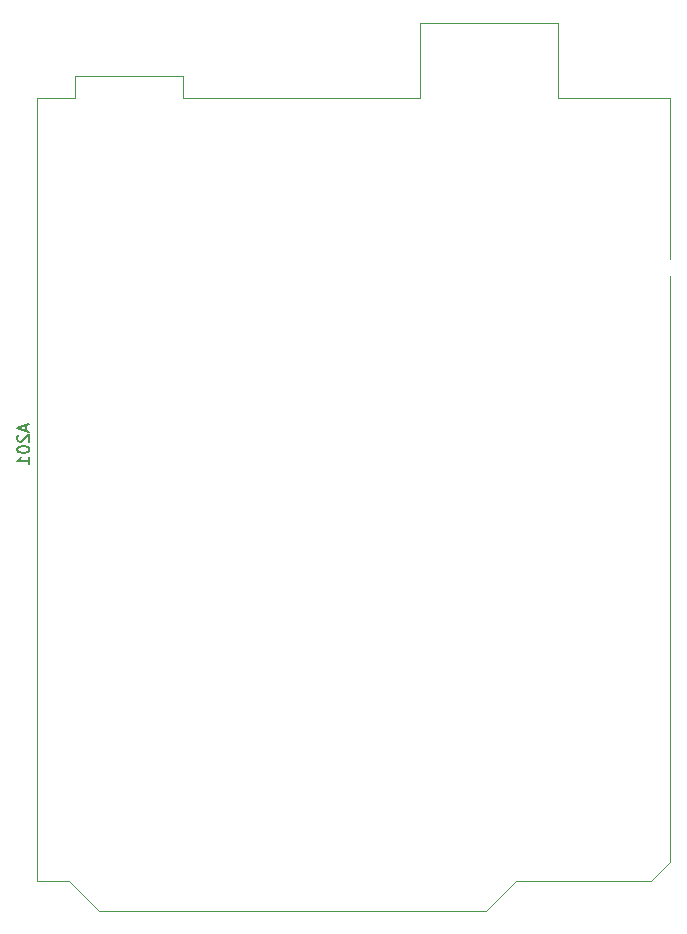
<source format=gbr>
%TF.GenerationSoftware,KiCad,Pcbnew,8.0.2*%
%TF.CreationDate,2024-05-20T23:24:51+02:00*%
%TF.ProjectId,S88_UNO_SHIELD,5338385f-554e-44f5-9f53-4849454c442e,rev?*%
%TF.SameCoordinates,Original*%
%TF.FileFunction,Legend,Bot*%
%TF.FilePolarity,Positive*%
%FSLAX46Y46*%
G04 Gerber Fmt 4.6, Leading zero omitted, Abs format (unit mm)*
G04 Created by KiCad (PCBNEW 8.0.2) date 2024-05-20 23:24:51*
%MOMM*%
%LPD*%
G01*
G04 APERTURE LIST*
G04 Aperture macros list*
%AMHorizOval*
0 Thick line with rounded ends*
0 $1 width*
0 $2 $3 position (X,Y) of the first rounded end (center of the circle)*
0 $4 $5 position (X,Y) of the second rounded end (center of the circle)*
0 Add line between two ends*
20,1,$1,$2,$3,$4,$5,0*
0 Add two circle primitives to create the rounded ends*
1,1,$1,$2,$3*
1,1,$1,$4,$5*%
G04 Aperture macros list end*
%ADD10C,0.150000*%
%ADD11C,0.120000*%
%ADD12R,1.600000X1.600000*%
%ADD13O,1.600000X1.600000*%
%ADD14C,1.400000*%
%ADD15HorizOval,1.400000X0.000000X0.000000X0.000000X0.000000X0*%
%ADD16R,2.600000X2.600000*%
%ADD17C,2.600000*%
%ADD18HorizOval,1.400000X0.000000X0.000000X0.000000X0.000000X0*%
%ADD19C,3.200000*%
%ADD20R,1.500000X1.500000*%
%ADD21C,1.500000*%
G04 APERTURE END LIST*
D10*
X39793104Y-86725333D02*
X39793104Y-87201523D01*
X40078819Y-86630095D02*
X39078819Y-86963428D01*
X39078819Y-86963428D02*
X40078819Y-87296761D01*
X39174057Y-87582476D02*
X39126438Y-87630095D01*
X39126438Y-87630095D02*
X39078819Y-87725333D01*
X39078819Y-87725333D02*
X39078819Y-87963428D01*
X39078819Y-87963428D02*
X39126438Y-88058666D01*
X39126438Y-88058666D02*
X39174057Y-88106285D01*
X39174057Y-88106285D02*
X39269295Y-88153904D01*
X39269295Y-88153904D02*
X39364533Y-88153904D01*
X39364533Y-88153904D02*
X39507390Y-88106285D01*
X39507390Y-88106285D02*
X40078819Y-87534857D01*
X40078819Y-87534857D02*
X40078819Y-88153904D01*
X39078819Y-88772952D02*
X39078819Y-88868190D01*
X39078819Y-88868190D02*
X39126438Y-88963428D01*
X39126438Y-88963428D02*
X39174057Y-89011047D01*
X39174057Y-89011047D02*
X39269295Y-89058666D01*
X39269295Y-89058666D02*
X39459771Y-89106285D01*
X39459771Y-89106285D02*
X39697866Y-89106285D01*
X39697866Y-89106285D02*
X39888342Y-89058666D01*
X39888342Y-89058666D02*
X39983580Y-89011047D01*
X39983580Y-89011047D02*
X40031200Y-88963428D01*
X40031200Y-88963428D02*
X40078819Y-88868190D01*
X40078819Y-88868190D02*
X40078819Y-88772952D01*
X40078819Y-88772952D02*
X40031200Y-88677714D01*
X40031200Y-88677714D02*
X39983580Y-88630095D01*
X39983580Y-88630095D02*
X39888342Y-88582476D01*
X39888342Y-88582476D02*
X39697866Y-88534857D01*
X39697866Y-88534857D02*
X39459771Y-88534857D01*
X39459771Y-88534857D02*
X39269295Y-88582476D01*
X39269295Y-88582476D02*
X39174057Y-88630095D01*
X39174057Y-88630095D02*
X39126438Y-88677714D01*
X39126438Y-88677714D02*
X39078819Y-88772952D01*
X40078819Y-90058666D02*
X40078819Y-89487238D01*
X40078819Y-89772952D02*
X39078819Y-89772952D01*
X39078819Y-89772952D02*
X39221676Y-89677714D01*
X39221676Y-89677714D02*
X39316914Y-89582476D01*
X39316914Y-89582476D02*
X39364533Y-89487238D01*
D11*
%TO.C,A201*%
X40764000Y-59052000D02*
X40764000Y-125352000D01*
X40764000Y-125352000D02*
X43434000Y-125352000D01*
X43434000Y-125352000D02*
X45974000Y-127892000D01*
X43944000Y-57152000D02*
X43944000Y-59052000D01*
X43944000Y-59052000D02*
X40764000Y-59052000D01*
X45974000Y-127892000D02*
X78744000Y-127892000D01*
X53084000Y-57152000D02*
X43944000Y-57152000D01*
X53084000Y-59052000D02*
X53084000Y-57152000D01*
X73154000Y-52702000D02*
X73154000Y-59052000D01*
X73154000Y-59052000D02*
X53084000Y-59052000D01*
X78744000Y-127892000D02*
X81284000Y-125352000D01*
X81284000Y-125352000D02*
X92714000Y-125352000D01*
X84834000Y-52702000D02*
X73154000Y-52702000D01*
X84834000Y-59052000D02*
X84834000Y-52702000D01*
X92714000Y-125352000D02*
X94364000Y-123702000D01*
X94364000Y-59052000D02*
X84834000Y-59052000D01*
X94364000Y-123702000D02*
X94364000Y-59052000D01*
%TD*%
%LPC*%
D12*
%TO.C,U702*%
X60800000Y-112781000D03*
D13*
X60800000Y-110241000D03*
X53180000Y-110241000D03*
X53180000Y-112781000D03*
%TD*%
D12*
%TO.C,U1402*%
X74841000Y-79756000D03*
D13*
X74841000Y-82296000D03*
X82461000Y-82296000D03*
X82461000Y-79756000D03*
%TD*%
D14*
%TO.C,R1301*%
X67368506Y-79411639D03*
D15*
X63477000Y-82677000D03*
%TD*%
D16*
%TO.C,J301*%
X34925000Y-110871000D03*
D17*
X34925000Y-115951000D03*
X34925000Y-121031000D03*
%TD*%
D12*
%TO.C,U1602*%
X74841000Y-89916000D03*
D13*
X74841000Y-92456000D03*
X82461000Y-92456000D03*
X82461000Y-89916000D03*
%TD*%
D12*
%TO.C,U1502*%
X74841000Y-84836000D03*
D13*
X74841000Y-87376000D03*
X82461000Y-87376000D03*
X82461000Y-84836000D03*
%TD*%
D14*
%TO.C,R2001*%
X68272494Y-113125361D03*
D18*
X72164000Y-109860000D03*
%TD*%
D12*
%TO.C,U2002*%
X74841000Y-110236000D03*
D13*
X74841000Y-112776000D03*
X82461000Y-112776000D03*
X82461000Y-110236000D03*
%TD*%
D16*
%TO.C,J402*%
X100203000Y-105791000D03*
D17*
X100203000Y-100711000D03*
X100203000Y-95631000D03*
%TD*%
D12*
%TO.C,U602*%
X60800000Y-117861000D03*
D13*
X60800000Y-115321000D03*
X53180000Y-115321000D03*
X53180000Y-117861000D03*
%TD*%
D12*
%TO.C,U1302*%
X60800000Y-82301000D03*
D13*
X60800000Y-79761000D03*
X53180000Y-79761000D03*
X53180000Y-82301000D03*
%TD*%
D16*
%TO.C,J303*%
X34925000Y-80391000D03*
D17*
X34925000Y-85471000D03*
X34925000Y-90551000D03*
%TD*%
D14*
%TO.C,R601*%
X67368506Y-114971639D03*
D15*
X63477000Y-118237000D03*
%TD*%
D12*
%TO.C,U802*%
X60800000Y-107701000D03*
D13*
X60800000Y-105161000D03*
X53180000Y-105161000D03*
X53180000Y-107701000D03*
%TD*%
D16*
%TO.C,J302*%
X34925000Y-95631000D03*
D17*
X34925000Y-100711000D03*
X34925000Y-105791000D03*
%TD*%
D16*
%TO.C,J401*%
X100203000Y-90551000D03*
D17*
X100203000Y-85471000D03*
X100203000Y-80391000D03*
%TD*%
D14*
%TO.C,R1401*%
X68272494Y-82645361D03*
D18*
X72164000Y-79380000D03*
%TD*%
D14*
%TO.C,R1701*%
X68272494Y-97885361D03*
D18*
X72164000Y-94620000D03*
%TD*%
D14*
%TO.C,R701*%
X67368506Y-109891639D03*
D15*
X63477000Y-113157000D03*
%TD*%
D12*
%TO.C,U1702*%
X74841000Y-94996000D03*
D13*
X74841000Y-97536000D03*
X82461000Y-97536000D03*
X82461000Y-94996000D03*
%TD*%
D19*
%TO.C,J502*%
X67655500Y-64536000D03*
X56225500Y-64536000D03*
D20*
X66385500Y-70886000D03*
D21*
X65115500Y-73426000D03*
X63845500Y-70886000D03*
X62575500Y-73426000D03*
X61305500Y-70886000D03*
X60035500Y-73426000D03*
X58765500Y-70886000D03*
X57495500Y-73426000D03*
%TD*%
D14*
%TO.C,R1501*%
X68272494Y-87725361D03*
D18*
X72164000Y-84460000D03*
%TD*%
D14*
%TO.C,R1801*%
X68272494Y-102965361D03*
D18*
X72164000Y-99700000D03*
%TD*%
D12*
%TO.C,U1902*%
X74841000Y-105156000D03*
D13*
X74841000Y-107696000D03*
X82461000Y-107696000D03*
X82461000Y-105156000D03*
%TD*%
D14*
%TO.C,R2101*%
X68272494Y-118205361D03*
D18*
X72164000Y-114940000D03*
%TD*%
D14*
%TO.C,R1001*%
X67368506Y-94651639D03*
D15*
X63477000Y-97917000D03*
%TD*%
D16*
%TO.C,J403*%
X100203000Y-121031000D03*
D17*
X100203000Y-115951000D03*
X100203000Y-110871000D03*
%TD*%
D14*
%TO.C,R1101*%
X67368506Y-89571639D03*
D15*
X63477000Y-92837000D03*
%TD*%
D12*
%TO.C,U2102*%
X74841000Y-115316000D03*
D13*
X74841000Y-117856000D03*
X82461000Y-117856000D03*
X82461000Y-115316000D03*
%TD*%
D19*
%TO.C,J501*%
X99786500Y-64536000D03*
X88356500Y-64536000D03*
D20*
X98516500Y-70886000D03*
D21*
X97246500Y-73426000D03*
X95976500Y-70886000D03*
X94706500Y-73426000D03*
X93436500Y-70886000D03*
X92166500Y-73426000D03*
X90896500Y-70886000D03*
X89626500Y-73426000D03*
%TD*%
D12*
%TO.C,U1102*%
X60800000Y-92461000D03*
D13*
X60800000Y-89921000D03*
X53180000Y-89921000D03*
X53180000Y-92461000D03*
%TD*%
D12*
%TO.C,U1002*%
X60800000Y-97541000D03*
D13*
X60800000Y-95001000D03*
X53180000Y-95001000D03*
X53180000Y-97541000D03*
%TD*%
D14*
%TO.C,R901*%
X67368506Y-99731639D03*
D15*
X63477000Y-102997000D03*
%TD*%
D14*
%TO.C,R1601*%
X68272494Y-92805361D03*
D18*
X72164000Y-89540000D03*
%TD*%
D14*
%TO.C,R801*%
X67368506Y-104811639D03*
D15*
X63477000Y-108077000D03*
%TD*%
D14*
%TO.C,R1201*%
X67368506Y-84491639D03*
D15*
X63477000Y-87757000D03*
%TD*%
D12*
%TO.C,U1202*%
X60800000Y-87381000D03*
D13*
X60800000Y-84841000D03*
X53180000Y-84841000D03*
X53180000Y-87381000D03*
%TD*%
D12*
%TO.C,U902*%
X60800000Y-102621000D03*
D13*
X60800000Y-100081000D03*
X53180000Y-100081000D03*
X53180000Y-102621000D03*
%TD*%
D14*
%TO.C,R1901*%
X68272494Y-108045361D03*
D18*
X72164000Y-104780000D03*
%TD*%
D12*
%TO.C,U1802*%
X74841000Y-100076000D03*
D13*
X74841000Y-102616000D03*
X82461000Y-102616000D03*
X82461000Y-100076000D03*
%TD*%
D12*
%TO.C,A201*%
X43434000Y-87122000D03*
D13*
X43434000Y-89662000D03*
X43434000Y-92202000D03*
X43434000Y-94742000D03*
X43434000Y-97282000D03*
X43434000Y-99822000D03*
X43434000Y-102362000D03*
X43434000Y-104902000D03*
X43434000Y-109982000D03*
X43434000Y-112522000D03*
X43434000Y-115062000D03*
X43434000Y-117602000D03*
X43434000Y-120142000D03*
X43434000Y-122682000D03*
X91694000Y-122682000D03*
X91694000Y-120142000D03*
X91694000Y-117602000D03*
X91694000Y-115062000D03*
X91694000Y-112522000D03*
X91694000Y-109982000D03*
X91694000Y-107442000D03*
X91694000Y-104902000D03*
X91694000Y-100842000D03*
X91694000Y-98302000D03*
X91694000Y-95762000D03*
X91694000Y-93222000D03*
X91694000Y-90682000D03*
X91694000Y-88142000D03*
X91694000Y-85602000D03*
X91694000Y-83062000D03*
X91694000Y-80522000D03*
X91694000Y-77982000D03*
%TD*%
%LPD*%
M02*

</source>
